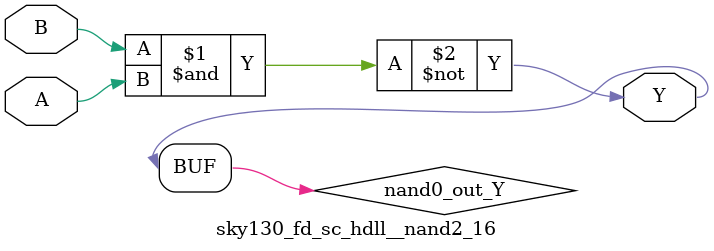
<source format=v>
/*
 * Copyright 2020 The SkyWater PDK Authors
 *
 * Licensed under the Apache License, Version 2.0 (the "License");
 * you may not use this file except in compliance with the License.
 * You may obtain a copy of the License at
 *
 *     https://www.apache.org/licenses/LICENSE-2.0
 *
 * Unless required by applicable law or agreed to in writing, software
 * distributed under the License is distributed on an "AS IS" BASIS,
 * WITHOUT WARRANTIES OR CONDITIONS OF ANY KIND, either express or implied.
 * See the License for the specific language governing permissions and
 * limitations under the License.
 *
 * SPDX-License-Identifier: Apache-2.0
*/


`ifndef SKY130_FD_SC_HDLL__NAND2_16_FUNCTIONAL_V
`define SKY130_FD_SC_HDLL__NAND2_16_FUNCTIONAL_V

/**
 * nand2: 2-input NAND.
 *
 * Verilog simulation functional model.
 */

`timescale 1ns / 1ps
`default_nettype none

`celldefine
module sky130_fd_sc_hdll__nand2_16 (
    Y,
    A,
    B
);

    // Module ports
    output Y;
    input  A;
    input  B;

    // Local signals
    wire nand0_out_Y;

    //   Name   Output       Other arguments
    nand nand0 (nand0_out_Y, B, A           );
    buf  buf0  (Y          , nand0_out_Y    );

endmodule
`endcelldefine

`default_nettype wire
`endif  // SKY130_FD_SC_HDLL__NAND2_16_FUNCTIONAL_V

</source>
